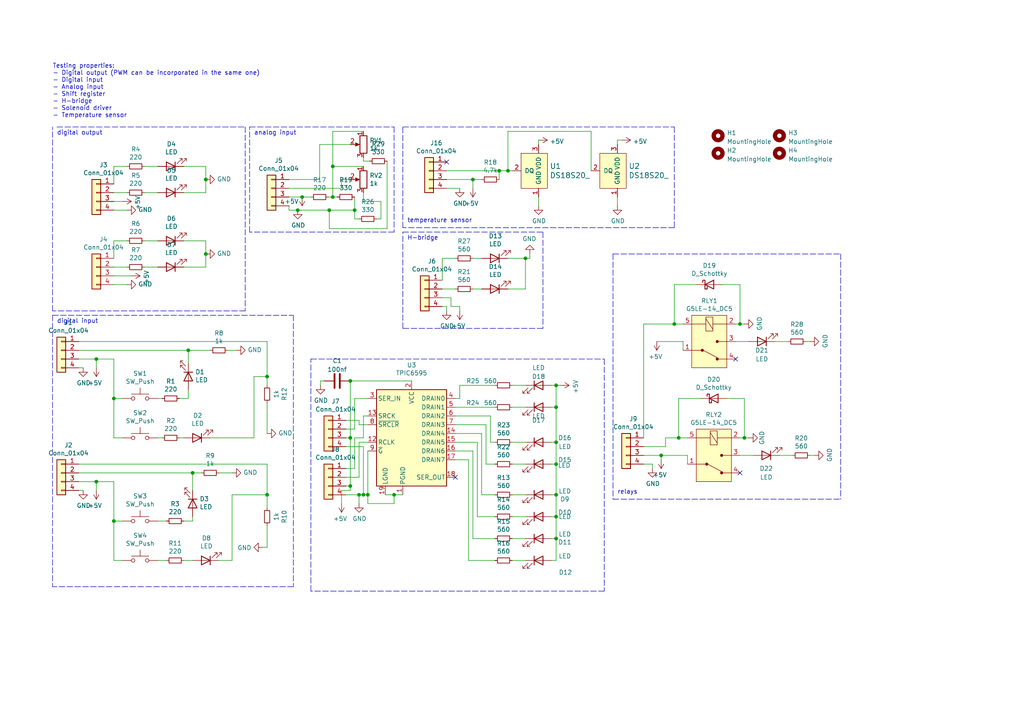
<source format=kicad_sch>
(kicad_sch (version 20211123) (generator eeschema)
  (paper "A4")
  (lib_symbols
    (symbol "Device:C" (pin_numbers hide) (pin_names (offset 0.254))
      (property "Reference" "C" (at 0.635 2.54 0))
      (property "Value" "C" (at 0.635 -2.54 0))
      (symbol "C_1_1"
        (pin passive line (at 0 3.81 270) (length 2.794) (name "~") (number "1"))
        (pin passive line (at 0 -3.81 90) (length 2.794) (name "~") (number "2"))
      )
    )
    (symbol "Mechanical:MountingHole" (pin_names (offset 1.016))
      (property "Reference" "H" (at 0 5.08 0))
      (property "Value" "MountingHole" (at 0 3.175 0))
    )
    (symbol "testing_board-rescue:+5V-power" (power) (pin_names (offset 0))
      (property "Value" "+5V-power" (at 0 3.556 0))
      (symbol "+5V-power_1_1"
        (pin power_in line (at 0 0 90) (length 0) hide (name "+5V") (number "1"))
      )
    )
    (symbol "testing_board-rescue:Conn_01x04-Connector_Generic" (pin_names (offset 1.016) hide)
      (property "Reference" "J" (at 0 5.08 0))
      (property "Value" "Conn_01x04-Connector_Generic" (at 0 -7.62 0))
      (symbol "Conn_01x04-Connector_Generic_1_1"
        (pin passive line (at -5.08 2.54 0) (length 3.81) (name "Pin_1") (number "1"))
        (pin passive line (at -5.08 0 0) (length 3.81) (name "Pin_2") (number "2"))
        (pin passive line (at -5.08 -2.54 0) (length 3.81) (name "Pin_3") (number "3"))
        (pin passive line (at -5.08 -5.08 0) (length 3.81) (name "Pin_4") (number "4"))
      )
    )
    (symbol "testing_board-rescue:DS18S20_-dk_Temperature-Sensors-Analog-and-Digital-Output" (pin_names (offset 1.016))
      (property "Reference" "U" (at -5.08 6.35 0))
      (property "Value" "DS18S20_-dk_Temperature-Sensors-Analog-and-Digital-Output" (at 3.81 -7.62 90))
      (symbol "DS18S20_-dk_Temperature-Sensors-Analog-and-Digital-Output_1_1"
        (pin power_in line (at 0 -7.62 90) (length 2.54) (name "GND") (number "1"))
        (pin bidirectional line (at -7.62 0 0) (length 2.54) (name "DQ") (number "2"))
        (pin power_in line (at 0 7.62 270) (length 2.54) (name "VDD") (number "3"))
      )
    )
    (symbol "testing_board-rescue:D_Schottky-Device" (pin_numbers hide) (pin_names (offset 1.016) hide)
      (property "Reference" "D" (at 0 2.54 0))
      (property "Value" "D_Schottky-Device" (at 0 -2.54 0))
      (symbol "D_Schottky-Device_1_1"
        (pin passive line (at -3.81 0 0) (length 2.54) (name "K") (number "1"))
        (pin passive line (at 3.81 0 180) (length 2.54) (name "A") (number "2"))
      )
    )
    (symbol "testing_board-rescue:G5LE-14_DC5-dk_Power-Relays-Over-2-Amps" (pin_names (offset 0) hide)
      (property "Reference" "RLY" (at -8.636 6.858 0))
      (property "Value" "G5LE-14_DC5-dk_Power-Relays-Over-2-Amps" (at -8.89 5.08 90))
      (symbol "G5LE-14_DC5-dk_Power-Relays-Over-2-Amps_1_1"
        (pin passive line (at 2.54 -7.62 90) (length 2.54) (name "COM") (number "1"))
        (pin passive line (at -5.08 7.62 270) (length 2.54) (name "COIL") (number "2"))
        (pin passive line (at 0 7.62 270) (length 2.54) (name "NO") (number "3"))
        (pin passive line (at 5.08 7.62 270) (length 2.54) (name "NC") (number "4"))
        (pin passive line (at -5.08 -7.62 90) (length 2.54) (name "COIL") (number "5"))
      )
    )
    (symbol "testing_board-rescue:GND-power" (power) (pin_names (offset 0))
      (property "Value" "GND-power" (at 0 -3.81 0))
      (symbol "GND-power_1_1"
        (pin power_in line (at 0 0 270) (length 0) hide (name "GND") (number "1"))
      )
    )
    (symbol "testing_board-rescue:LED-Device" (pin_numbers hide) (pin_names (offset 1.016) hide)
      (property "Reference" "D" (at 0 2.54 0))
      (property "Value" "LED-Device" (at 0 -2.54 0))
      (symbol "LED-Device_1_1"
        (pin passive line (at -3.81 0 0) (length 2.54) (name "K") (number "1"))
        (pin passive line (at 3.81 0 180) (length 2.54) (name "A") (number "2"))
      )
    )
    (symbol "testing_board-rescue:R_POT-Device" (pin_names (offset 1.016) hide)
      (property "Reference" "RV" (at -4.445 0 90))
      (property "Value" "R_POT-Device" (at -2.54 0 90))
      (symbol "R_POT-Device_1_1"
        (pin passive line (at 0 3.81 270) (length 1.27) (name "1") (number "1"))
        (pin passive line (at 3.81 0 180) (length 1.27) (name "2") (number "2"))
        (pin passive line (at 0 -3.81 90) (length 1.27) (name "3") (number "3"))
      )
    )
    (symbol "testing_board-rescue:R_Small-Device" (pin_numbers hide) (pin_names (offset 0.254) hide)
      (property "Reference" "R" (at 0.762 0.508 0))
      (property "Value" "R_Small-Device" (at 0.762 -1.016 0))
      (symbol "R_Small-Device_1_1"
        (pin passive line (at 0 2.54 270) (length 0.762) (name "~") (number "1"))
        (pin passive line (at 0 -2.54 90) (length 0.762) (name "~") (number "2"))
      )
    )
    (symbol "testing_board-rescue:SW_Push-Switch" (pin_numbers hide) (pin_names (offset 1.016) hide)
      (property "Reference" "SW" (at 1.27 2.54 0))
      (property "Value" "SW_Push-Switch" (at 0 -1.524 0))
      (symbol "SW_Push-Switch_0_1"
        (pin passive line (at -5.08 0 0) (length 2.54) (name "1") (number "1"))
        (pin passive line (at 5.08 0 180) (length 2.54) (name "2") (number "2"))
      )
    )
    (symbol "testing_board-rescue:TPIC6595-Interface_Expansion" (pin_names (offset 0.381))
      (property "Reference" "U" (at -8.89 13.97 0))
      (property "Value" "TPIC6595-Interface_Expansion" (at 6.35 13.97 0))
      (symbol "TPIC6595-Interface_Expansion_1_1"
        (pin power_in line (at -2.54 -17.78 90) (length 2.54) (name "PGND") (number "1"))
        (pin passive line (at -2.54 -17.78 90) (length 2.54) hide (name "PGND") (number "10"))
        (pin passive line (at -2.54 -17.78 90) (length 2.54) hide (name "PGND") (number "11"))
        (pin input line (at -12.7 -2.54 0) (length 2.54) (name "RCLK") (number "12"))
        (pin input line (at -12.7 5.08 0) (length 2.54) (name "SRCK") (number "13"))
        (pin open_collector line (at 12.7 0 180) (length 2.54) (name "DRAIN4") (number "14"))
        (pin open_collector line (at 12.7 -2.54 180) (length 2.54) (name "DRAIN5") (number "15"))
        (pin open_collector line (at 12.7 -5.08 180) (length 2.54) (name "DRAIN6") (number "16"))
        (pin open_collector line (at 12.7 -7.62 180) (length 2.54) (name "DRAIN7") (number "17"))
        (pin output line (at 12.7 -12.7 180) (length 2.54) (name "SER_OUT") (number "18"))
        (pin power_in line (at -7.62 -17.78 90) (length 2.54) (name "LGND") (number "19"))
        (pin power_in line (at 0 15.24 270) (length 2.54) (name "VCC") (number "2"))
        (pin passive line (at -2.54 -17.78 90) (length 2.54) hide (name "PGND") (number "20"))
        (pin input line (at -12.7 10.16 0) (length 2.54) (name "SER_IN") (number "3"))
        (pin open_collector line (at 12.7 10.16 180) (length 2.54) (name "DRAIN0") (number "4"))
        (pin open_collector line (at 12.7 7.62 180) (length 2.54) (name "DRAIN1") (number "5"))
        (pin open_collector line (at 12.7 5.08 180) (length 2.54) (name "DRAIN2") (number "6"))
        (pin open_collector line (at 12.7 2.54 180) (length 2.54) (name "DRAIN3") (number "7"))
        (pin input line (at -12.7 2.54 0) (length 2.54) (name "~{SRCLR}") (number "8"))
        (pin input line (at -12.7 -5.08 0) (length 2.54) (name "~{G}") (number "9"))
      )
    )
  )
  (junction (at 104.14 143.51))
  (junction (at 77.47 109.22))
  (junction (at 102.87 60.96))
  (junction (at 161.29 143.51))
  (junction (at 96.52 48.26))
  (junction (at 161.29 128.27))
  (junction (at 101.6 127))
  (junction (at 77.47 143.51))
  (junction (at 95.504 60.96))
  (junction (at 105.41 143.51))
  (junction (at 27.94 104.14))
  (junction (at 87.63 57.15))
  (junction (at 161.29 118.11))
  (junction (at 195.58 93.98))
  (junction (at 101.6 110.49))
  (junction (at 114.3 143.51))
  (junction (at 147.32 49.53))
  (junction (at 27.94 139.7))
  (junction (at 144.78 49.53))
  (junction (at 196.85 127))
  (junction (at 215.9 127))
  (junction (at 59.69 73.66))
  (junction (at 214.63 93.98))
  (junction (at 96.52 57.15))
  (junction (at 152.4 74.93))
  (junction (at 161.29 149.86))
  (junction (at 55.88 137.16))
  (junction (at 33.02 115.57))
  (junction (at 101.6 140.97))
  (junction (at 59.69 52.07))
  (junction (at 33.02 151.13))
  (junction (at 86.36 60.96))
  (junction (at 137.16 52.07))
  (junction (at 161.29 134.62))
  (junction (at 161.29 156.21))
  (junction (at 161.29 111.76))
  (junction (at 54.61 101.6))
  (junction (at 106.68 143.51))
  (junction (at 191.77 132.08))
  (no_connect (at 213.36 104.14))
  (no_connect (at 129.54 46.99))
  (no_connect (at 214.63 137.16))
  (no_connect (at 132.08 138.43))
  (wire (pts (xy 52.07 127) (xy 53.34 127)))
  (wire (pts (xy 180.34 40.64) (xy 179.07 40.64)))
  (wire (pts (xy 77.47 134.62) (xy 22.86 134.62)))
  (wire (pts (xy 195.58 93.98) (xy 198.12 93.98)))
  (wire (pts (xy 106.68 146.05) (xy 114.3 146.05)))
  (wire (pts (xy 46.99 127) (xy 45.72 127)))
  (wire (pts (xy 100.33 121.92) (xy 104.14 121.92)))
  (wire (pts (xy 112.268 46.736) (xy 112.268 66.294)))
  (wire (pts (xy 148.59 149.86) (xy 152.4 149.86)))
  (wire (pts (xy 132.08 118.11) (xy 143.51 118.11)))
  (wire (pts (xy 33.02 58.42) (xy 35.56 58.42)))
  (wire (pts (xy 99.06 52.07) (xy 99.06 54.61)))
  (polyline (pts (xy 15.24 91.44) (xy 15.24 170.18)))
  (wire (pts (xy 142.24 128.27) (xy 143.51 128.27)))
  (wire (pts (xy 83.82 57.15) (xy 87.63 57.15)))
  (polyline (pts (xy 72.39 36.83) (xy 114.3 36.83)))
  (wire (pts (xy 112.268 66.294) (xy 95.504 66.294)))
  (wire (pts (xy 148.59 118.11) (xy 152.4 118.11)))
  (wire (pts (xy 67.31 143.51) (xy 77.47 143.51)))
  (wire (pts (xy 33.02 80.01) (xy 38.1 80.01)))
  (wire (pts (xy 33.02 162.56) (xy 35.56 162.56)))
  (wire (pts (xy 147.32 38.1) (xy 171.45 38.1)))
  (polyline (pts (xy 177.8 144.78) (xy 243.84 144.78)))
  (wire (pts (xy 215.9 93.98) (xy 214.63 93.98)))
  (wire (pts (xy 22.86 142.24) (xy 24.13 142.24)))
  (wire (pts (xy 196.85 127) (xy 199.39 127)))
  (wire (pts (xy 161.29 143.51) (xy 161.29 149.86)))
  (wire (pts (xy 129.54 88.9) (xy 128.27 88.9)))
  (wire (pts (xy 160.02 156.21) (xy 161.29 156.21)))
  (wire (pts (xy 196.85 115.57) (xy 203.2 115.57)))
  (wire (pts (xy 196.85 115.57) (xy 196.85 127)))
  (wire (pts (xy 137.16 52.07) (xy 129.54 52.07)))
  (wire (pts (xy 215.9 127) (xy 214.63 127)))
  (wire (pts (xy 106.68 130.81) (xy 106.68 143.51)))
  (wire (pts (xy 132.08 130.81) (xy 137.16 130.81)))
  (wire (pts (xy 148.59 156.21) (xy 152.4 156.21)))
  (wire (pts (xy 101.6 127) (xy 101.6 140.97)))
  (wire (pts (xy 102.87 135.89) (xy 102.87 127)))
  (wire (pts (xy 186.69 129.54) (xy 193.04 129.54)))
  (wire (pts (xy 128.27 74.93) (xy 132.08 74.93)))
  (wire (pts (xy 63.5 137.16) (xy 67.31 137.16)))
  (wire (pts (xy 217.17 99.06) (xy 213.36 99.06)))
  (wire (pts (xy 189.23 134.62) (xy 189.23 135.89)))
  (wire (pts (xy 102.87 124.46) (xy 102.87 115.57)))
  (wire (pts (xy 186.69 93.98) (xy 195.58 93.98)))
  (wire (pts (xy 105.41 46.736) (xy 107.188 46.736)))
  (wire (pts (xy 53.34 77.47) (xy 59.69 77.47)))
  (wire (pts (xy 147.32 49.53) (xy 148.59 49.53)))
  (polyline (pts (xy 177.8 73.66) (xy 243.84 73.66)))
  (wire (pts (xy 139.7 143.51) (xy 143.51 143.51)))
  (wire (pts (xy 156.21 57.15) (xy 156.21 59.69)))
  (polyline (pts (xy 85.09 91.44) (xy 85.09 170.18)))
  (wire (pts (xy 33.02 82.55) (xy 36.83 82.55)))
  (wire (pts (xy 59.69 77.47) (xy 59.69 73.66)))
  (wire (pts (xy 99.06 146.05) (xy 99.06 142.24)))
  (wire (pts (xy 104.14 123.19) (xy 106.68 123.19)))
  (wire (pts (xy 100.33 143.51) (xy 104.14 143.51)))
  (wire (pts (xy 161.29 111.76) (xy 162.56 111.76)))
  (wire (pts (xy 87.63 57.15) (xy 90.17 57.15)))
  (wire (pts (xy 102.87 115.57) (xy 106.68 115.57)))
  (wire (pts (xy 161.29 162.56) (xy 160.02 162.56)))
  (wire (pts (xy 77.47 99.06) (xy 22.86 99.06)))
  (wire (pts (xy 106.68 143.51) (xy 106.68 146.05)))
  (wire (pts (xy 22.86 101.6) (xy 54.61 101.6)))
  (wire (pts (xy 156.21 40.64) (xy 156.21 41.91)))
  (wire (pts (xy 33.02 60.96) (xy 36.83 60.96)))
  (wire (pts (xy 33.02 127) (xy 35.56 127)))
  (polyline (pts (xy 90.17 171.45) (xy 90.17 104.14)))
  (wire (pts (xy 33.02 53.34) (xy 33.02 48.26)))
  (wire (pts (xy 186.69 127) (xy 186.69 93.98)))
  (wire (pts (xy 53.34 69.85) (xy 59.69 69.85)))
  (wire (pts (xy 66.04 101.6) (xy 68.58 101.6)))
  (wire (pts (xy 129.54 49.53) (xy 144.78 49.53)))
  (wire (pts (xy 142.24 120.65) (xy 142.24 128.27)))
  (wire (pts (xy 59.69 69.85) (xy 59.69 73.66)))
  (wire (pts (xy 41.91 55.88) (xy 45.72 55.88)))
  (wire (pts (xy 214.63 93.98) (xy 213.36 93.98)))
  (wire (pts (xy 105.41 120.65) (xy 106.68 120.65)))
  (wire (pts (xy 95.25 57.15) (xy 96.52 57.15)))
  (wire (pts (xy 152.4 74.93) (xy 152.4 83.82)))
  (wire (pts (xy 138.43 149.86) (xy 138.43 128.27)))
  (wire (pts (xy 105.41 143.51) (xy 104.14 143.51)))
  (wire (pts (xy 218.44 132.08) (xy 214.63 132.08)))
  (wire (pts (xy 101.6 140.97) (xy 100.33 140.97)))
  (wire (pts (xy 137.16 83.82) (xy 139.7 83.82)))
  (wire (pts (xy 27.94 104.14) (xy 33.02 104.14)))
  (polyline (pts (xy 157.48 95.25) (xy 116.84 95.25)))
  (wire (pts (xy 41.91 69.85) (xy 45.72 69.85)))
  (wire (pts (xy 140.97 134.62) (xy 143.51 134.62)))
  (wire (pts (xy 144.78 49.53) (xy 147.32 49.53)))
  (wire (pts (xy 41.91 48.26) (xy 45.72 48.26)))
  (polyline (pts (xy 195.58 66.04) (xy 116.84 66.04)))
  (wire (pts (xy 135.89 162.56) (xy 135.89 133.35)))
  (wire (pts (xy 27.94 104.14) (xy 27.94 106.68)))
  (polyline (pts (xy 175.26 104.14) (xy 175.26 171.45)))
  (wire (pts (xy 73.66 109.22) (xy 73.66 127)))
  (wire (pts (xy 53.34 55.88) (xy 59.69 55.88)))
  (wire (pts (xy 130.81 88.9) (xy 133.35 88.9)))
  (wire (pts (xy 100.33 135.89) (xy 102.87 135.89)))
  (wire (pts (xy 27.94 139.7) (xy 33.02 139.7)))
  (wire (pts (xy 102.87 60.96) (xy 95.504 60.96)))
  (wire (pts (xy 67.31 162.56) (xy 67.31 143.51)))
  (wire (pts (xy 161.29 156.21) (xy 161.29 162.56)))
  (polyline (pts (xy 175.26 171.45) (xy 90.17 171.45)))
  (wire (pts (xy 22.86 104.14) (xy 27.94 104.14)))
  (wire (pts (xy 77.47 143.51) (xy 77.47 147.32)))
  (wire (pts (xy 114.3 146.05) (xy 114.3 143.51)))
  (wire (pts (xy 100.33 129.54) (xy 105.41 129.54)))
  (polyline (pts (xy 16.51 36.83) (xy 71.12 36.83)))
  (wire (pts (xy 160.02 111.76) (xy 161.29 111.76)))
  (polyline (pts (xy 195.58 36.83) (xy 195.58 66.04)))
  (wire (pts (xy 86.36 60.96) (xy 83.82 60.96)))
  (polyline (pts (xy 116.84 95.25) (xy 116.84 67.31)))
  (wire (pts (xy 33.02 48.26) (xy 36.83 48.26)))
  (wire (pts (xy 137.16 74.93) (xy 139.7 74.93)))
  (wire (pts (xy 236.22 132.08) (xy 234.95 132.08)))
  (wire (pts (xy 140.97 123.19) (xy 140.97 134.62)))
  (wire (pts (xy 133.35 88.9) (xy 133.35 90.17)))
  (polyline (pts (xy 71.12 90.17) (xy 15.24 90.17)))
  (wire (pts (xy 234.95 99.06) (xy 233.68 99.06)))
  (polyline (pts (xy 15.24 90.17) (xy 15.24 36.83)))
  (polyline (pts (xy 243.84 73.66) (xy 243.84 144.78)))
  (wire (pts (xy 228.6 99.06) (xy 224.79 99.06)))
  (wire (pts (xy 33.02 139.7) (xy 33.02 151.13)))
  (polyline (pts (xy 116.84 36.83) (xy 195.58 36.83)))
  (wire (pts (xy 198.12 99.06) (xy 198.12 101.6)))
  (wire (pts (xy 147.32 74.93) (xy 152.4 74.93)))
  (wire (pts (xy 45.72 115.57) (xy 46.99 115.57)))
  (wire (pts (xy 33.02 74.93) (xy 33.02 69.85)))
  (wire (pts (xy 22.86 137.16) (xy 55.88 137.16)))
  (wire (pts (xy 101.6 142.24) (xy 101.6 140.97)))
  (wire (pts (xy 101.6 127) (xy 101.6 110.49)))
  (wire (pts (xy 105.41 55.88) (xy 105.41 58.42)))
  (polyline (pts (xy 90.17 104.14) (xy 175.26 104.14)))
  (wire (pts (xy 45.72 151.13) (xy 48.26 151.13)))
  (wire (pts (xy 186.69 134.62) (xy 189.23 134.62)))
  (polyline (pts (xy 114.3 36.83) (xy 114.3 67.31)))
  (wire (pts (xy 214.63 82.55) (xy 214.63 93.98)))
  (wire (pts (xy 179.07 40.64) (xy 179.07 41.91)))
  (wire (pts (xy 22.86 139.7) (xy 27.94 139.7)))
  (wire (pts (xy 48.26 162.56) (xy 45.72 162.56)))
  (wire (pts (xy 96.52 57.15) (xy 97.79 57.15)))
  (wire (pts (xy 147.32 83.82) (xy 152.4 83.82)))
  (polyline (pts (xy 85.09 170.18) (xy 15.24 170.18)))
  (wire (pts (xy 171.45 38.1) (xy 171.45 49.53)))
  (wire (pts (xy 114.3 143.51) (xy 116.84 143.51)))
  (wire (pts (xy 104.14 128.27) (xy 106.68 128.27)))
  (wire (pts (xy 132.08 123.19) (xy 140.97 123.19)))
  (wire (pts (xy 143.51 149.86) (xy 138.43 149.86)))
  (wire (pts (xy 195.58 82.55) (xy 201.93 82.55)))
  (wire (pts (xy 100.33 124.46) (xy 102.87 124.46)))
  (wire (pts (xy 161.29 128.27) (xy 161.29 134.62)))
  (wire (pts (xy 77.47 134.62) (xy 77.47 143.51)))
  (wire (pts (xy 153.67 74.93) (xy 153.67 73.66)))
  (wire (pts (xy 83.82 54.61) (xy 99.06 54.61)))
  (wire (pts (xy 33.02 115.57) (xy 33.02 127)))
  (wire (pts (xy 193.04 129.54) (xy 193.04 127)))
  (wire (pts (xy 210.82 115.57) (xy 215.9 115.57)))
  (wire (pts (xy 55.88 149.86) (xy 55.88 151.13)))
  (wire (pts (xy 161.29 128.27) (xy 160.02 128.27)))
  (wire (pts (xy 138.43 128.27) (xy 132.08 128.27)))
  (wire (pts (xy 132.08 83.82) (xy 128.27 83.82)))
  (wire (pts (xy 133.35 111.76) (xy 143.51 111.76)))
  (wire (pts (xy 83.82 60.96) (xy 83.82 59.69)))
  (wire (pts (xy 104.14 143.51) (xy 104.14 146.05)))
  (wire (pts (xy 54.61 105.41) (xy 54.61 101.6)))
  (wire (pts (xy 105.41 127) (xy 105.41 120.65)))
  (wire (pts (xy 139.7 125.73) (xy 139.7 143.51)))
  (wire (pts (xy 128.27 86.36) (xy 130.81 86.36)))
  (wire (pts (xy 110.49 63.5) (xy 109.22 63.5)))
  (wire (pts (xy 104.14 138.43) (xy 104.14 128.27)))
  (wire (pts (xy 199.39 132.08) (xy 199.39 134.62)))
  (wire (pts (xy 186.69 132.08) (xy 191.77 132.08)))
  (wire (pts (xy 33.02 69.85) (xy 36.83 69.85)))
  (polyline (pts (xy 15.24 91.44) (xy 85.09 91.44)))
  (wire (pts (xy 209.55 82.55) (xy 214.63 82.55)))
  (wire (pts (xy 77.47 116.84) (xy 77.47 125.73)))
  (wire (pts (xy 22.86 106.68) (xy 24.13 106.68)))
  (polyline (pts (xy 157.48 67.31) (xy 157.48 95.25)))
  (polyline (pts (xy 177.8 73.66) (xy 177.8 144.78)))
  (wire (pts (xy 161.29 149.86) (xy 161.29 156.21)))
  (wire (pts (xy 132.08 120.65) (xy 142.24 120.65)))
  (wire (pts (xy 148.59 111.76) (xy 152.4 111.76)))
  (wire (pts (xy 148.59 162.56) (xy 152.4 162.56)))
  (wire (pts (xy 105.41 45.72) (xy 105.41 46.736)))
  (wire (pts (xy 92.71 52.07) (xy 83.82 52.07)))
  (wire (pts (xy 67.31 162.56) (xy 63.5 162.56)))
  (wire (pts (xy 77.47 158.75) (xy 76.2 158.75)))
  (wire (pts (xy 101.6 110.49) (xy 119.38 110.49)))
  (wire (pts (xy 102.87 60.96) (xy 102.87 63.5)))
  (wire (pts (xy 92.964 110.49) (xy 93.98 110.49)))
  (wire (pts (xy 41.91 77.47) (xy 45.72 77.47)))
  (wire (pts (xy 137.16 156.21) (xy 143.51 156.21)))
  (wire (pts (xy 55.88 162.56) (xy 53.34 162.56)))
  (wire (pts (xy 105.41 38.1) (xy 96.52 38.1)))
  (wire (pts (xy 215.9 115.57) (xy 215.9 127)))
  (polyline (pts (xy 114.3 67.31) (xy 72.39 67.31)))
  (wire (pts (xy 137.16 130.81) (xy 137.16 156.21)))
  (wire (pts (xy 60.96 127) (xy 73.66 127)))
  (wire (pts (xy 53.34 48.26) (xy 59.69 48.26)))
  (wire (pts (xy 54.61 101.6) (xy 60.96 101.6)))
  (wire (pts (xy 55.88 137.16) (xy 58.42 137.16)))
  (wire (pts (xy 100.33 138.43) (xy 104.14 138.43)))
  (wire (pts (xy 132.08 115.57) (xy 133.35 115.57)))
  (wire (pts (xy 161.29 111.76) (xy 161.29 118.11)))
  (wire (pts (xy 105.41 129.54) (xy 105.41 143.51)))
  (wire (pts (xy 137.16 54.61) (xy 137.16 52.07)))
  (wire (pts (xy 160.02 149.86) (xy 161.29 149.86)))
  (polyline (pts (xy 116.84 66.04) (xy 116.84 36.83)))
  (wire (pts (xy 101.6 52.07) (xy 99.06 52.07)))
  (wire (pts (xy 135.89 133.35) (xy 132.08 133.35)))
  (wire (pts (xy 161.29 118.11) (xy 161.29 128.27)))
  (wire (pts (xy 27.94 139.7) (xy 27.94 142.24)))
  (wire (pts (xy 77.47 152.4) (xy 77.47 158.75)))
  (wire (pts (xy 161.29 134.62) (xy 161.29 143.51)))
  (wire (pts (xy 133.35 115.57) (xy 133.35 111.76)))
  (wire (pts (xy 73.66 109.22) (xy 77.47 109.22)))
  (wire (pts (xy 148.59 128.27) (xy 152.4 128.27)))
  (wire (pts (xy 33.02 151.13) (xy 33.02 162.56)))
  (wire (pts (xy 53.34 151.13) (xy 55.88 151.13)))
  (wire (pts (xy 96.52 48.26) (xy 96.52 57.15)))
  (wire (pts (xy 190.5 99.06) (xy 198.12 99.06)))
  (wire (pts (xy 229.87 132.08) (xy 226.06 132.08)))
  (polyline (pts (xy 72.39 67.31) (xy 72.39 36.83)))
  (wire (pts (xy 77.47 99.06) (xy 77.47 109.22)))
  (wire (pts (xy 102.87 63.5) (xy 104.14 63.5)))
  (wire (pts (xy 111.76 143.51) (xy 114.3 143.51)))
  (wire (pts (xy 152.4 74.93) (xy 153.67 74.93)))
  (wire (pts (xy 195.58 82.55) (xy 195.58 93.98)))
  (wire (pts (xy 129.54 88.9) (xy 129.54 90.17)))
  (wire (pts (xy 105.41 58.42) (xy 110.49 58.42)))
  (wire (pts (xy 143.51 162.56) (xy 135.89 162.56)))
  (polyline (pts (xy 71.12 36.83) (xy 71.12 90.17)))
  (wire (pts (xy 77.47 109.22) (xy 77.47 111.76)))
  (wire (pts (xy 160.02 134.62) (xy 161.29 134.62)))
  (wire (pts (xy 33.02 104.14) (xy 33.02 115.57)))
  (wire (pts (xy 144.78 49.53) (xy 144.78 52.07)))
  (wire (pts (xy 106.68 143.51) (xy 105.41 143.51)))
  (wire (pts (xy 95.504 60.96) (xy 95.504 66.294)))
  (wire (pts (xy 217.17 127) (xy 215.9 127)))
  (wire (pts (xy 104.14 121.92) (xy 104.14 123.19)))
  (wire (pts (xy 147.32 49.53) (xy 147.32 38.1)))
  (wire (pts (xy 33.02 151.13) (xy 35.56 151.13)))
  (wire (pts (xy 55.88 137.16) (xy 55.88 142.24)))
  (wire (pts (xy 54.61 113.03) (xy 54.61 115.57)))
  (wire (pts (xy 130.81 86.36) (xy 130.81 88.9)))
  (wire (pts (xy 128.27 81.28) (xy 128.27 74.93)))
  (wire (pts (xy 102.87 57.15) (xy 102.87 60.96)))
  (wire (pts (xy 191.77 132.08) (xy 191.77 133.35)))
  (wire (pts (xy 102.87 127) (xy 105.41 127)))
  (wire (pts (xy 52.07 115.57) (xy 54.61 115.57)))
  (wire (pts (xy 99.06 142.24) (xy 101.6 142.24)))
  (wire (pts (xy 101.6 41.91) (xy 92.71 41.91)))
  (wire (pts (xy 95.504 60.96) (xy 86.36 60.96)))
  (wire (pts (xy 160.02 143.51) (xy 161.29 143.51)))
  (wire (pts (xy 33.02 77.47) (xy 36.83 77.47)))
  (wire (pts (xy 179.07 57.15) (xy 179.07 59.69)))
  (wire (pts (xy 148.59 143.51) (xy 152.4 143.51)))
  (wire (pts (xy 92.964 111.76) (xy 92.964 110.49)))
  (wire (pts (xy 96.52 48.26) (xy 105.41 48.26)))
  (wire (pts (xy 193.04 127) (xy 196.85 127)))
  (wire (pts (xy 137.16 52.07) (xy 139.7 52.07)))
  (wire (pts (xy 191.77 132.08) (xy 199.39 132.08)))
  (wire (pts (xy 96.52 38.1) (xy 96.52 48.26)))
  (wire (pts (xy 100.33 127) (xy 101.6 127)))
  (wire (pts (xy 110.49 58.42) (xy 110.49 63.5)))
  (wire (pts (xy 92.71 41.91) (xy 92.71 52.07)))
  (wire (pts (xy 33.02 55.88) (xy 36.83 55.88)))
  (wire (pts (xy 132.08 125.73) (xy 139.7 125.73)))
  (wire (pts (xy 59.69 55.88) (xy 59.69 52.07)))
  (polyline (pts (xy 116.84 67.31) (xy 157.48 67.31)))
  (wire (pts (xy 161.29 118.11) (xy 160.02 118.11)))
  (wire (pts (xy 59.69 48.26) (xy 59.69 52.07)))
  (wire (pts (xy 148.59 134.62) (xy 152.4 134.62)))
  (wire (pts (xy 133.35 54.61) (xy 129.54 54.61)))
  (wire (pts (xy 33.02 115.57) (xy 35.56 115.57)))
  (text "digital output" (at 16.51 39.37 0) (effects (font (size 1.27 1.27)) (justify left bottom)))
  (text "analog input" (at 73.66 39.37 0) (effects (font (size 1.27 1.27)) (justify left bottom)))
  (text "Testing properties:\n- Digital output (PWM can be incorporated in the same one)\n- Digital input\n- Analog input\n- Shift register\n- H-bridge\n- Solenoid driver\n- Temperature sensor\n" (at 15.24 34.29 0) (effects (font (size 1.27 1.27)) (justify left bottom)))
  (text "H-bridge" (at 118.11 69.85 0) (effects (font (size 1.27 1.27)) (justify left bottom)))
  (text "relays" (at 179.07 143.51 0) (effects (font (size 1.27 1.27)) (justify left bottom)))
  (text "digital input\n" (at 16.51 93.98 0) (effects (font (size 1.27 1.27)) (justify left bottom)))
  (text "temperature sensor" (at 118.11 64.77 0) (effects (font (size 1.27 1.27)) (justify left bottom)))
  (symbol (lib_id "testing_board-rescue:GND-power") (at 36.83 60.96 90) (unit 1)
    (property "Reference" "#PWR06" (effects hide))
    (property "Value" "GND" (at 40.0812 60.833 90) (effects (justify right)))
  )
  (symbol (lib_id "testing_board-rescue:R_Small-Device") (at 39.37 55.88 270) (unit 1)
    (property "Reference" "R5" (at 39.37 50.9016 90))
    (property "Value" "220" (at 39.37 53.213 90))
    (property "Footprint" "Resistor_THT:R_Axial_DIN0204_L3.6mm_D1.6mm_P2.54mm_Vertical" (effects hide))
  )
  (symbol (lib_id "testing_board-rescue:R_Small-Device") (at 39.37 48.26 270) (unit 1)
    (property "Reference" "R4" (at 39.37 43.2816 90))
    (property "Value" "220" (at 39.37 45.593 90))
    (property "Footprint" "Resistor_THT:R_Axial_DIN0204_L3.6mm_D1.6mm_P2.54mm_Vertical" (effects hide))
  )
  (symbol (lib_id "testing_board-rescue:LED-Device") (at 49.53 55.88 180) (unit 1)
    (property "Reference" "D5" (at 49.7078 49.403 0))
    (property "Value" "LED" (at 49.7078 51.7144 0))
    (property "Footprint" "LED_THT:LED_D3.0mm" (effects hide))
  )
  (symbol (lib_id "testing_board-rescue:LED-Device") (at 49.53 48.26 180) (unit 1)
    (property "Reference" "D4" (at 49.7078 41.783 0))
    (property "Value" "LED" (at 49.7078 44.0944 0))
    (property "Footprint" "LED_THT:LED_D3.0mm" (effects hide))
  )
  (symbol (lib_id "testing_board-rescue:GND-power") (at 59.69 52.07 90) (unit 1)
    (property "Reference" "#PWR012" (effects hide))
    (property "Value" "GND" (at 62.9412 51.943 90) (effects (justify right)))
  )
  (symbol (lib_id "testing_board-rescue:GND-power") (at 36.83 82.55 90) (unit 1)
    (property "Reference" "#PWR08" (effects hide))
    (property "Value" "GND" (at 40.0812 82.423 90) (effects (justify right)))
  )
  (symbol (lib_id "testing_board-rescue:R_Small-Device") (at 39.37 77.47 270) (unit 1)
    (property "Reference" "R7" (at 39.37 72.4916 90))
    (property "Value" "220" (at 39.37 74.803 90))
    (property "Footprint" "Resistor_THT:R_Axial_DIN0204_L3.6mm_D1.6mm_P2.54mm_Vertical" (effects hide))
  )
  (symbol (lib_id "testing_board-rescue:R_Small-Device") (at 39.37 69.85 270) (unit 1)
    (property "Reference" "R6" (at 39.37 64.8716 90))
    (property "Value" "220" (at 39.37 67.183 90))
    (property "Footprint" "Resistor_THT:R_Axial_DIN0204_L3.6mm_D1.6mm_P2.54mm_Vertical" (effects hide))
  )
  (symbol (lib_id "testing_board-rescue:LED-Device") (at 49.53 77.47 180) (unit 1)
    (property "Reference" "D7" (at 49.7078 70.993 0))
    (property "Value" "LED" (at 49.7078 73.3044 0))
    (property "Footprint" "LED_THT:LED_D3.0mm" (effects hide))
  )
  (symbol (lib_id "testing_board-rescue:LED-Device") (at 49.53 69.85 180) (unit 1)
    (property "Reference" "D6" (at 49.7078 63.373 0))
    (property "Value" "LED" (at 49.7078 65.6844 0))
    (property "Footprint" "LED_THT:LED_D3.0mm" (effects hide))
  )
  (symbol (lib_id "testing_board-rescue:GND-power") (at 59.69 73.66 90) (unit 1)
    (property "Reference" "#PWR013" (effects hide))
    (property "Value" "GND" (at 62.9412 73.533 90) (effects (justify right)))
  )
  (symbol (lib_id "testing_board-rescue:+5V-power") (at 27.94 106.68 180) (unit 1)
    (property "Reference" "#PWR03" (effects hide))
    (property "Value" "+5V" (at 27.559 111.0742 0))
  )
  (symbol (lib_id "testing_board-rescue:GND-power") (at 24.13 106.68 0) (unit 1)
    (property "Reference" "#PWR01" (effects hide))
    (property "Value" "GND" (at 24.257 111.0742 0))
  )
  (symbol (lib_id "testing_board-rescue:R_Small-Device") (at 77.47 114.3 180) (unit 1)
    (property "Reference" "R12" (at 82.4484 114.3 90))
    (property "Value" "1k" (at 80.137 114.3 90))
    (property "Footprint" "Resistor_THT:R_Axial_DIN0204_L3.6mm_D1.6mm_P2.54mm_Vertical" (effects hide))
  )
  (symbol (lib_id "testing_board-rescue:LED-Device") (at 54.61 109.22 270) (unit 1)
    (property "Reference" "D1" (at 56.642 107.8738 90) (effects (justify left)))
    (property "Value" "LED" (at 56.642 110.1852 90) (effects (justify left)))
    (property "Footprint" "LED_THT:LED_D3.0mm" (effects hide))
  )
  (symbol (lib_id "testing_board-rescue:LED-Device") (at 57.15 127 180) (unit 1)
    (property "Reference" "D2" (at 57.3278 120.523 0))
    (property "Value" "LED" (at 57.3278 122.8344 0))
    (property "Footprint" "LED_THT:LED_D3.0mm" (effects hide))
  )
  (symbol (lib_id "testing_board-rescue:SW_Push-Switch") (at 40.64 127 0) (unit 1)
    (property "Reference" "SW2" (at 40.64 119.761 0))
    (property "Value" "SW_Push" (at 40.64 122.0724 0))
    (property "Footprint" "Button_Switch_THT:SW_PUSH_6mm" (effects hide))
  )
  (symbol (lib_id "testing_board-rescue:SW_Push-Switch") (at 40.64 115.57 0) (unit 1)
    (property "Reference" "SW1" (at 40.64 108.331 0))
    (property "Value" "SW_Push" (at 40.64 110.6424 0))
    (property "Footprint" "Button_Switch_THT:SW_PUSH_6mm" (effects hide))
  )
  (symbol (lib_id "testing_board-rescue:R_Small-Device") (at 63.5 101.6 270) (unit 1)
    (property "Reference" "R8" (at 63.5 96.6216 90))
    (property "Value" "1k" (at 63.5 98.933 90))
    (property "Footprint" "Resistor_THT:R_Axial_DIN0204_L3.6mm_D1.6mm_P2.54mm_Vertical" (effects hide))
  )
  (symbol (lib_id "testing_board-rescue:GND-power") (at 68.58 101.6 90) (unit 1)
    (property "Reference" "#PWR09" (effects hide))
    (property "Value" "GND" (at 71.8312 101.473 90) (effects (justify right)))
  )
  (symbol (lib_id "testing_board-rescue:R_Small-Device") (at 49.53 115.57 90) (unit 1)
    (property "Reference" "R1" (at 49.53 110.5916 90))
    (property "Value" "220" (at 49.53 112.903 90))
    (property "Footprint" "Resistor_THT:R_Axial_DIN0204_L3.6mm_D1.6mm_P2.54mm_Vertical" (effects hide))
  )
  (symbol (lib_id "testing_board-rescue:R_Small-Device") (at 49.53 127 270) (unit 1)
    (property "Reference" "R2" (at 49.53 122.0216 90))
    (property "Value" "220" (at 49.53 124.333 90))
    (property "Footprint" "Resistor_THT:R_Axial_DIN0204_L3.6mm_D1.6mm_P2.54mm_Vertical" (effects hide))
  )
  (symbol (lib_id "testing_board-rescue:GND-power") (at 77.47 125.73 90) (unit 1)
    (property "Reference" "#PWR014" (effects hide))
    (property "Value" "GND" (at 80.7212 125.603 90) (effects (justify right)))
  )
  (symbol (lib_id "testing_board-rescue:+5V-power") (at 27.94 142.24 180) (unit 1)
    (property "Reference" "#PWR04" (effects hide))
    (property "Value" "+5V" (at 27.559 146.6342 0))
  )
  (symbol (lib_id "testing_board-rescue:GND-power") (at 24.13 142.24 0) (unit 1)
    (property "Reference" "#PWR02" (effects hide))
    (property "Value" "GND" (at 24.257 146.6342 0))
  )
  (symbol (lib_id "testing_board-rescue:R_Small-Device") (at 50.8 162.56 270) (unit 1)
    (property "Reference" "R11" (at 50.8 157.5816 90))
    (property "Value" "220" (at 50.8 159.893 90))
    (property "Footprint" "Resistor_THT:R_Axial_DIN0204_L3.6mm_D1.6mm_P2.54mm_Vertical" (effects hide))
  )
  (symbol (lib_id "testing_board-rescue:LED-Device") (at 55.88 146.05 270) (unit 1)
    (property "Reference" "D3" (at 57.912 144.7038 90) (effects (justify left)))
    (property "Value" "LED" (at 57.912 147.0152 90) (effects (justify left)))
    (property "Footprint" "LED_THT:LED_D3.0mm" (effects hide))
  )
  (symbol (lib_id "testing_board-rescue:LED-Device") (at 59.69 162.56 180) (unit 1)
    (property "Reference" "D8" (at 59.8678 156.083 0))
    (property "Value" "LED" (at 59.8678 158.3944 0))
    (property "Footprint" "LED_THT:LED_D3.0mm" (effects hide))
  )
  (symbol (lib_id "testing_board-rescue:SW_Push-Switch") (at 40.64 162.56 0) (unit 1)
    (property "Reference" "SW4" (at 40.64 155.321 0))
    (property "Value" "SW_Push" (at 40.64 157.6324 0))
    (property "Footprint" "Button_Switch_THT:SW_PUSH_6mm" (effects hide))
  )
  (symbol (lib_id "testing_board-rescue:SW_Push-Switch") (at 40.64 151.13 0) (unit 1)
    (property "Reference" "SW3" (at 40.64 143.891 0))
    (property "Value" "SW_Push" (at 40.64 146.2024 0))
    (property "Footprint" "Button_Switch_THT:SW_PUSH_6mm" (effects hide))
  )
  (symbol (lib_id "testing_board-rescue:GND-power") (at 67.31 137.16 90) (unit 1)
    (property "Reference" "#PWR010" (effects hide))
    (property "Value" "GND" (at 70.5612 137.033 90) (effects (justify right)))
  )
  (symbol (lib_id "testing_board-rescue:R_Small-Device") (at 50.8 151.13 90) (unit 1)
    (property "Reference" "R3" (at 50.8 146.1516 90))
    (property "Value" "220" (at 50.8 148.463 90))
    (property "Footprint" "Resistor_THT:R_Axial_DIN0204_L3.6mm_D1.6mm_P2.54mm_Vertical" (effects hide))
  )
  (symbol (lib_id "testing_board-rescue:R_Small-Device") (at 60.96 137.16 270) (unit 1)
    (property "Reference" "R9" (at 60.96 132.1816 90))
    (property "Value" "1k" (at 60.96 134.493 90))
    (property "Footprint" "Resistor_THT:R_Axial_DIN0204_L3.6mm_D1.6mm_P2.54mm_Vertical" (effects hide))
  )
  (symbol (lib_id "testing_board-rescue:R_Small-Device") (at 77.47 149.86 180) (unit 1)
    (property "Reference" "R10" (at 82.4484 149.86 90))
    (property "Value" "1k" (at 80.137 149.86 90))
    (property "Footprint" "Resistor_THT:R_Axial_DIN0204_L3.6mm_D1.6mm_P2.54mm_Vertical" (effects hide))
  )
  (symbol (lib_id "testing_board-rescue:GND-power") (at 76.2 158.75 270) (unit 1)
    (property "Reference" "#PWR011" (effects hide))
    (property "Value" "GND" (at 72.9488 158.877 90) (effects (justify right)))
  )
  (symbol (lib_id "testing_board-rescue:R_Small-Device") (at 232.41 132.08 90) (unit 1)
    (property "Reference" "R20" (at 232.41 127.1016 90))
    (property "Value" "560" (at 232.41 129.413 90))
    (property "Footprint" "Resistor_THT:R_Axial_DIN0204_L3.6mm_D1.6mm_P2.54mm_Vertical" (effects hide))
  )
  (symbol (lib_id "testing_board-rescue:LED-Device") (at 143.51 74.93 180) (unit 1)
    (property "Reference" "D13" (at 143.6878 68.453 0))
    (property "Value" "LED" (at 143.6878 70.7644 0))
    (property "Footprint" "LED_THT:LED_D3.0mm" (effects hide))
  )
  (symbol (lib_id "testing_board-rescue:LED-Device") (at 143.51 83.82 180) (unit 1)
    (property "Reference" "D14" (at 143.6878 77.343 0))
    (property "Value" "LED" (at 143.6878 79.6544 0))
    (property "Footprint" "LED_THT:LED_D3.0mm" (effects hide))
  )
  (symbol (lib_id "testing_board-rescue:R_Small-Device") (at 134.62 83.82 90) (unit 1)
    (property "Reference" "R21" (at 134.62 78.8416 90))
    (property "Value" "560" (at 134.62 81.153 90))
    (property "Footprint" "Resistor_THT:R_Axial_DIN0204_L3.6mm_D1.6mm_P2.54mm_Vertical" (effects hide))
  )
  (symbol (lib_id "testing_board-rescue:DS18S20_-dk_Temperature-Sensors-Analog-and-Digital-Output") (at 156.21 49.53 0) (unit 1)
    (property "Reference" "U1" (at 159.4612 48.1838 0) (effects (font (size 1.524 1.524)) (justify left)))
    (property "Value" "DS18S20_" (at 159.4612 50.8762 0) (effects (font (size 1.524 1.524)) (justify left)))
    (property "Footprint" "digikey-footprints:TO-92-3" (effects hide))
    (property "Datasheet" "https://datasheets.maximintegrated.com/en/ds/DS18S20.pdf" (effects hide))
    (property "Digi-Key_PN" "DS18S20+-ND" (effects hide))
    (property "MPN" "DS18S20+" (effects hide))
    (property "Category" "Sensors, Transducers" (effects hide))
    (property "Family" "Temperature Sensors - Analog and Digital Output" (effects hide))
    (property "DK_Datasheet_Link" "https://datasheets.maximintegrated.com/en/ds/DS18S20.pdf" (effects hide))
    (property "DK_Detail_Page" "/product-detail/en/maxim-integrated/DS18S20-/DS18S20--ND/1017697" (effects hide))
    (property "Description" "SENSOR DIGITAL -55C-125C TO92-3" (effects hide))
    (property "Manufacturer" "Maxim Integrated" (effects hide))
    (property "Status" "Active" (effects hide))
  )
  (symbol (lib_id "testing_board-rescue:GND-power") (at 133.35 54.61 0) (unit 1)
    (property "Reference" "#PWR017" (effects hide))
    (property "Value" "GND" (at 133.477 59.0042 0))
  )
  (symbol (lib_id "testing_board-rescue:+5V-power") (at 137.16 54.61 180) (unit 1)
    (property "Reference" "#PWR018" (effects hide))
    (property "Value" "+5V" (at 136.779 59.0042 0))
  )
  (symbol (lib_id "testing_board-rescue:R_Small-Device") (at 142.24 52.07 90) (unit 1)
    (property "Reference" "R18" (at 142.24 47.0916 90))
    (property "Value" "4.7k" (at 142.24 49.403 90))
    (property "Footprint" "Resistor_THT:R_Axial_DIN0204_L3.6mm_D1.6mm_P2.54mm_Vertical" (effects hide))
  )
  (symbol (lib_id "testing_board-rescue:+5V-power") (at 156.21 40.64 270) (unit 1)
    (property "Reference" "#PWR019" (effects hide))
    (property "Value" "+5V" (at 159.4612 41.021 90) (effects (justify left)))
  )
  (symbol (lib_id "testing_board-rescue:GND-power") (at 156.21 59.69 0) (unit 1)
    (property "Reference" "#PWR020" (effects hide))
    (property "Value" "GND" (at 156.337 64.0842 0))
  )
  (symbol (lib_id "testing_board-rescue:R_Small-Device") (at 146.05 143.51 270) (unit 1)
    (property "Reference" "R13" (at 146.05 138.5316 90))
    (property "Value" "560" (at 146.05 140.843 90))
    (property "Footprint" "Resistor_THT:R_Axial_DIN0204_L3.6mm_D1.6mm_P2.54mm_Vertical" (effects hide))
  )
  (symbol (lib_id "testing_board-rescue:LED-Device") (at 156.21 143.51 0) (unit 1)
    (property "Reference" "D9" (at 163.83 144.78 0))
    (property "Value" "LED" (at 163.83 142.4686 0))
    (property "Footprint" "LED_THT:LED_D3.0mm" (effects hide))
  )
  (symbol (lib_id "testing_board-rescue:DS18S20_-dk_Temperature-Sensors-Analog-and-Digital-Output") (at 179.07 49.53 0) (unit 1)
    (property "Reference" "U2" (at 182.3212 48.1838 0) (effects (font (size 1.524 1.524)) (justify left)))
    (property "Value" "DS18S20_" (at 182.3212 50.8762 0) (effects (font (size 1.524 1.524)) (justify left)))
    (property "Footprint" "digikey-footprints:TO-92-3" (effects hide))
    (property "Datasheet" "https://datasheets.maximintegrated.com/en/ds/DS18S20.pdf" (effects hide))
    (property "Digi-Key_PN" "DS18S20+-ND" (effects hide))
    (property "MPN" "DS18S20+" (effects hide))
    (property "Category" "Sensors, Transducers" (effects hide))
    (property "Family" "Temperature Sensors - Analog and Digital Output" (effects hide))
    (property "DK_Datasheet_Link" "https://datasheets.maximintegrated.com/en/ds/DS18S20.pdf" (effects hide))
    (property "DK_Detail_Page" "/product-detail/en/maxim-integrated/DS18S20-/DS18S20--ND/1017697" (effects hide))
    (property "Description" "SENSOR DIGITAL -55C-125C TO92-3" (effects hide))
    (property "Manufacturer" "Maxim Integrated" (effects hide))
    (property "Status" "Active" (effects hide))
  )
  (symbol (lib_id "testing_board-rescue:+5V-power") (at 180.34 40.64 270) (unit 1)
    (property "Reference" "#PWR022" (effects hide))
    (property "Value" "+5V" (at 183.5912 41.021 90) (effects (justify left)))
  )
  (symbol (lib_id "testing_board-rescue:GND-power") (at 179.07 59.69 0) (unit 1)
    (property "Reference" "#PWR021" (effects hide))
    (property "Value" "GND" (at 179.197 64.0842 0))
  )
  (symbol (lib_id "testing_board-rescue:LED-Device") (at 156.21 149.86 0) (unit 1)
    (property "Reference" "D10" (at 163.83 148.59 0))
    (property "Value" "LED" (at 163.83 149.86 0))
    (property "Footprint" "LED_THT:LED_D3.0mm" (effects hide))
  )
  (symbol (lib_id "testing_board-rescue:R_Small-Device") (at 146.05 149.86 270) (unit 1)
    (property "Reference" "R14" (at 146.05 144.8816 90))
    (property "Value" "560" (at 146.05 147.193 90))
    (property "Footprint" "Resistor_THT:R_Axial_DIN0204_L3.6mm_D1.6mm_P2.54mm_Vertical" (effects hide))
  )
  (symbol (lib_id "testing_board-rescue:LED-Device") (at 156.21 156.21 0) (unit 1)
    (property "Reference" "D11" (at 163.83 157.2514 0))
    (property "Value" "LED" (at 163.83 154.94 0))
    (property "Footprint" "LED_THT:LED_D3.0mm" (effects hide))
  )
  (symbol (lib_id "testing_board-rescue:R_Small-Device") (at 146.05 156.21 270) (unit 1)
    (property "Reference" "R15" (at 146.05 151.2316 90))
    (property "Value" "560" (at 146.05 153.543 90))
    (property "Footprint" "Resistor_THT:R_Axial_DIN0204_L3.6mm_D1.6mm_P2.54mm_Vertical" (effects hide))
  )
  (symbol (lib_id "testing_board-rescue:LED-Device") (at 156.21 162.56 0) (unit 1)
    (property "Reference" "D12" (at 164.0078 166.0144 0))
    (property "Value" "LED" (at 163.83 161.29 0))
    (property "Footprint" "LED_THT:LED_D3.0mm" (effects hide))
  )
  (symbol (lib_id "testing_board-rescue:R_Small-Device") (at 146.05 162.56 270) (unit 1)
    (property "Reference" "R16" (at 146.05 157.5816 90))
    (property "Value" "560" (at 146.05 159.893 90))
    (property "Footprint" "Resistor_THT:R_Axial_DIN0204_L3.6mm_D1.6mm_P2.54mm_Vertical" (effects hide))
  )
  (symbol (lib_id "testing_board-rescue:LED-Device") (at 156.21 111.76 0) (unit 1)
    (property "Reference" "D18" (at 156.21 109.22 0))
    (property "Value" "LED" (at 156.21 106.68 0))
    (property "Footprint" "LED_THT:LED_D3.0mm" (effects hide))
  )
  (symbol (lib_id "testing_board-rescue:R_Small-Device") (at 146.05 111.76 270) (unit 1)
    (property "Reference" "R25" (at 137.16 110.49 90))
    (property "Value" "560" (at 142.24 110.49 90))
    (property "Footprint" "Resistor_THT:R_Axial_DIN0204_L3.6mm_D1.6mm_P2.54mm_Vertical" (effects hide))
  )
  (symbol (lib_id "testing_board-rescue:LED-Device") (at 156.21 118.11 0) (unit 1)
    (property "Reference" "D17" (at 156.21 121.92 0))
    (property "Value" "LED" (at 156.21 120.65 0))
    (property "Footprint" "LED_THT:LED_D3.0mm" (effects hide))
  )
  (symbol (lib_id "testing_board-rescue:R_Small-Device") (at 146.05 118.11 270) (unit 1)
    (property "Reference" "R24" (at 137.16 116.84 90))
    (property "Value" "560" (at 142.24 116.84 90))
    (property "Footprint" "Resistor_THT:R_Axial_DIN0204_L3.6mm_D1.6mm_P2.54mm_Vertical" (effects hide))
  )
  (symbol (lib_id "testing_board-rescue:LED-Device") (at 156.21 128.27 0) (unit 1)
    (property "Reference" "D16" (at 163.83 127 0))
    (property "Value" "LED" (at 163.83 129.54 0))
    (property "Footprint" "LED_THT:LED_D3.0mm" (effects hide))
  )
  (symbol (lib_id "testing_board-rescue:R_Small-Device") (at 146.05 128.27 270) (unit 1)
    (property "Reference" "R23" (at 146.05 123.2916 90))
    (property "Value" "560" (at 146.05 125.603 90))
    (property "Footprint" "Resistor_THT:R_Axial_DIN0204_L3.6mm_D1.6mm_P2.54mm_Vertical" (effects hide))
  )
  (symbol (lib_id "testing_board-rescue:LED-Device") (at 156.21 134.62 0) (unit 1)
    (property "Reference" "D15" (at 163.83 133.35 0))
    (property "Value" "LED" (at 163.6522 134.9756 0))
    (property "Footprint" "LED_THT:LED_D3.0mm" (effects hide))
  )
  (symbol (lib_id "testing_board-rescue:R_Small-Device") (at 146.05 134.62 270) (unit 1)
    (property "Reference" "R22" (at 146.05 129.6416 90))
    (property "Value" "560" (at 146.05 131.953 90))
    (property "Footprint" "Resistor_THT:R_Axial_DIN0204_L3.6mm_D1.6mm_P2.54mm_Vertical" (effects hide))
  )
  (symbol (lib_id "testing_board-rescue:GND-power") (at 86.36 60.96 0) (unit 1)
    (property "Reference" "#PWR015" (effects hide))
    (property "Value" "GND" (at 86.487 65.3542 0))
  )
  (symbol (lib_id "testing_board-rescue:+5V-power") (at 87.63 57.15 180) (unit 1)
    (property "Reference" "#PWR016" (effects hide))
    (property "Value" "+5V" (at 84.582 58.42 0))
  )
  (symbol (lib_id "testing_board-rescue:R_POT-Device") (at 105.41 52.07 0) (mirror y) (unit 1)
    (property "Reference" "RV2" (at 107.188 50.9016 0) (effects (justify right)))
    (property "Value" "1k" (at 107.188 53.213 0) (effects (justify right)))
    (property "Footprint" "Potentiometer_THT:Potentiometer_Alps_RK09K_Single_Vertical" (effects hide))
  )
  (symbol (lib_id "testing_board-rescue:R_Small-Device") (at 92.71 57.15 90) (unit 1)
    (property "Reference" "R17" (at 92.71 52.1716 90))
    (property "Value" "220" (at 92.71 54.483 90))
    (property "Footprint" "Resistor_THT:R_Axial_DIN0204_L3.6mm_D1.6mm_P2.54mm_Vertical" (effects hide))
  )
  (symbol (lib_id "testing_board-rescue:R_Small-Device") (at 100.33 57.15 90) (unit 1)
    (property "Reference" "R19" (at 100.33 52.1716 90))
    (property "Value" "330" (at 100.33 54.483 90))
    (property "Footprint" "Resistor_THT:R_Axial_DIN0204_L3.6mm_D1.6mm_P2.54mm_Vertical" (effects hide))
  )
  (symbol (lib_id "testing_board-rescue:R_POT-Device") (at 105.41 41.91 0) (mirror y) (unit 1)
    (property "Reference" "RV1" (at 107.188 40.7416 0) (effects (justify right)))
    (property "Value" "1k" (at 107.188 43.053 0) (effects (justify right)))
    (property "Footprint" "Potentiometer_THT:Potentiometer_Alps_RK09K_Single_Vertical" (effects hide))
  )
  (symbol (lib_id "testing_board-rescue:Conn_01x04-Connector_Generic") (at 17.78 101.6 0) (mirror y) (unit 1)
    (property "Reference" "J1" (at 19.8628 93.5482 0))
    (property "Value" "Conn_01x04" (at 19.8628 95.8596 0))
    (property "Footprint" "Connector_JST:JST_XH_B4B-XH-A_1x04_P2.50mm_Vertical" (effects hide))
  )
  (symbol (lib_id "testing_board-rescue:Conn_01x04-Connector_Generic") (at 17.78 137.16 0) (mirror y) (unit 1)
    (property "Reference" "J2" (at 19.8628 129.1082 0))
    (property "Value" "Conn_01x04" (at 19.8628 131.4196 0))
    (property "Footprint" "Connector_JST:JST_XH_B4B-XH-A_1x04_P2.50mm_Vertical" (effects hide))
  )
  (symbol (lib_id "testing_board-rescue:Conn_01x04-Connector_Generic") (at 27.94 77.47 0) (mirror y) (unit 1)
    (property "Reference" "J4" (at 30.0228 69.4182 0))
    (property "Value" "Conn_01x04" (at 30.0228 71.7296 0))
    (property "Footprint" "Connector_JST:JST_XH_B4B-XH-A_1x04_P2.50mm_Vertical" (effects hide))
  )
  (symbol (lib_id "testing_board-rescue:Conn_01x04-Connector_Generic") (at 27.94 55.88 0) (mirror y) (unit 1)
    (property "Reference" "J3" (at 30.0228 47.8282 0))
    (property "Value" "Conn_01x04" (at 30.0228 50.1396 0))
    (property "Footprint" "Connector_JST:JST_XH_B4B-XH-A_1x04_P2.50mm_Vertical" (effects hide))
  )
  (symbol (lib_id "testing_board-rescue:Conn_01x04-Connector_Generic") (at 78.74 54.61 0) (mirror y) (unit 1)
    (property "Reference" "J5" (at 80.8228 46.5582 0))
    (property "Value" "Conn_01x04" (at 80.8228 48.8696 0))
    (property "Footprint" "Connector_JST:JST_XH_B4B-XH-A_1x04_P2.50mm_Vertical" (effects hide))
  )
  (symbol (lib_id "testing_board-rescue:Conn_01x04-Connector_Generic") (at 124.46 49.53 0) (mirror y) (unit 1)
    (property "Reference" "J16" (at 126.5428 41.4782 0))
    (property "Value" "Conn_01x04" (at 126.5428 43.7896 0))
    (property "Footprint" "Connector_JST:JST_XH_B4B-XH-A_1x04_P2.50mm_Vertical" (effects hide))
  )
  (symbol (lib_id "testing_board-rescue:R_Small-Device") (at 106.68 63.5 90) (unit 1)
    (property "Reference" "R26" (at 106.68 58.5216 90))
    (property "Value" "330" (at 106.68 60.833 90))
    (property "Footprint" "Resistor_THT:R_Axial_DIN0204_L3.6mm_D1.6mm_P2.54mm_Vertical" (effects hide))
  )
  (symbol (lib_id "testing_board-rescue:TPIC6595-Interface_Expansion") (at 119.38 125.73 0) (unit 1)
    (property "Reference" "U3" (at 119.38 105.8926 0))
    (property "Value" "TPIC6595" (at 119.38 108.204 0))
    (property "Footprint" "Package_DIP:DIP-20_W7.62mm_LongPads" (effects hide))
    (property "Datasheet" "http://www.ti.com/lit/ds/symlink/tpic6595.pdf" (effects hide))
  )
  (symbol (lib_id "testing_board-rescue:Conn_01x04-Connector_Generic") (at 95.25 124.46 0) (mirror y) (unit 1)
    (property "Reference" "J7" (at 97.3328 116.4082 0))
    (property "Value" "Conn_01x04" (at 97.3328 118.7196 0))
    (property "Footprint" "Connector_JST:JST_XH_B4B-XH-A_1x04_P2.50mm_Vertical" (effects hide))
  )
  (symbol (lib_id "testing_board-rescue:Conn_01x04-Connector_Generic") (at 95.25 138.43 0) (mirror y) (unit 1)
    (property "Reference" "J8" (at 97.3328 130.3782 0))
    (property "Value" "Conn_01x04" (at 97.3328 132.6896 0))
    (property "Footprint" "Connector_JST:JST_XH_B4B-XH-A_1x04_P2.50mm_Vertical" (effects hide))
  )
  (symbol (lib_id "testing_board-rescue:GND-power") (at 104.14 146.05 0) (unit 1)
    (property "Reference" "#PWR07" (effects hide))
    (property "Value" "GND" (at 104.267 150.4442 0))
  )
  (symbol (lib_id "testing_board-rescue:Conn_01x04-Connector_Generic") (at 181.61 129.54 0) (mirror y) (unit 1)
    (property "Reference" "J9" (at 183.6928 121.4882 0))
    (property "Value" "Conn_01x04" (at 183.6928 123.7996 0))
    (property "Footprint" "Connector_JST:JST_XH_B4B-XH-A_1x04_P2.50mm_Vertical" (effects hide))
  )
  (symbol (lib_id "testing_board-rescue:+5V-power") (at 99.06 146.05 180) (unit 1)
    (property "Reference" "#PWR05" (effects hide))
    (property "Value" "+5V" (at 98.679 150.4442 0))
  )
  (symbol (lib_id "testing_board-rescue:+5V-power") (at 162.56 111.76 270) (unit 1)
    (property "Reference" "#PWR029" (effects hide))
    (property "Value" "+5V" (at 166.9542 112.141 0))
  )
  (symbol (lib_id "testing_board-rescue:LED-Device") (at 222.25 132.08 180) (unit 1)
    (property "Reference" "D22" (at 222.25 135.89 0))
    (property "Value" "LED" (at 222.25 138.43 0))
    (property "Footprint" "LED_THT:LED_D3.0mm" (effects hide))
  )
  (symbol (lib_id "testing_board-rescue:+5V-power") (at 191.77 133.35 180) (unit 1)
    (property "Reference" "#PWR033" (effects hide))
    (property "Value" "+5V" (at 191.389 137.7442 0))
  )
  (symbol (lib_id "testing_board-rescue:GND-power") (at 189.23 135.89 0) (unit 1)
    (property "Reference" "#PWR031" (effects hide))
    (property "Value" "GND" (at 189.357 140.2842 0))
  )
  (symbol (lib_id "testing_board-rescue:GND-power") (at 217.17 127 90) (unit 1)
    (property "Reference" "#PWR035" (effects hide))
    (property "Value" "GND" (at 220.98 127 0))
  )
  (symbol (lib_id "testing_board-rescue:G5LE-14_DC5-dk_Power-Relays-Over-2-Amps") (at 207.01 132.08 270) (unit 1)
    (property "Reference" "RLY2" (at 207.01 120.269 90))
    (property "Value" "G5LE-14_DC5" (at 207.01 122.5804 90))
    (property "Footprint" "digikey-footprints:Relay_THT_G5LE-14" (effects hide))
    (property "Datasheet" "https://omronfs.omron.com/en_US/ecb/products/pdf/en-g5le.pdf" (effects hide))
    (property "Digi-Key_PN" "Z1011-ND" (effects hide))
    (property "MPN" "G5LE-14 DC5" (effects hide))
    (property "Category" "Relays" (effects hide))
    (property "Family" "Power Relays, Over 2 Amps" (effects hide))
    (property "DK_Datasheet_Link" "https://omronfs.omron.com/en_US/ecb/products/pdf/en-g5le.pdf" (effects hide))
    (property "DK_Detail_Page" "/product-detail/en/omron-electronics-inc-emc-div/G5LE-14-DC5/Z1011-ND/280371" (effects hide))
    (property "Description" "RELAY GEN PURPOSE SPDT 10A 5V" (effects hide))
    (property "Manufacturer" "Omron Electronics Inc-EMC Div" (effects hide))
    (property "Status" "Active" (effects hide))
  )
  (symbol (lib_id "testing_board-rescue:GND-power") (at 236.22 132.08 90) (unit 1)
    (property "Reference" "#PWR037" (effects hide))
    (property "Value" "GND" (at 240.6142 131.953 0))
  )
  (symbol (lib_id "testing_board-rescue:GND-power") (at 234.95 99.06 90) (unit 1)
    (property "Reference" "#PWR036" (effects hide))
    (property "Value" "GND" (at 239.3442 98.933 0))
  )
  (symbol (lib_id "testing_board-rescue:G5LE-14_DC5-dk_Power-Relays-Over-2-Amps") (at 205.74 99.06 270) (unit 1)
    (property "Reference" "RLY1" (at 205.74 87.249 90))
    (property "Value" "G5LE-14_DC5" (at 205.74 89.5604 90))
    (property "Footprint" "digikey-footprints:Relay_THT_G5LE-14" (effects hide))
    (property "Datasheet" "https://omronfs.omron.com/en_US/ecb/products/pdf/en-g5le.pdf" (effects hide))
    (property "Digi-Key_PN" "Z1011-ND" (effects hide))
    (property "MPN" "G5LE-14 DC5" (effects hide))
    (property "Category" "Relays" (effects hide))
    (property "Family" "Power Relays, Over 2 Amps" (effects hide))
    (property "DK_Datasheet_Link" "https://omronfs.omron.com/en_US/ecb/products/pdf/en-g5le.pdf" (effects hide))
    (property "DK_Detail_Page" "/product-detail/en/omron-electronics-inc-emc-div/G5LE-14-DC5/Z1011-ND/280371" (effects hide))
    (property "Description" "RELAY GEN PURPOSE SPDT 10A 5V" (effects hide))
    (property "Manufacturer" "Omron Electronics Inc-EMC Div" (effects hide))
    (property "Status" "Active" (effects hide))
  )
  (symbol (lib_id "testing_board-rescue:GND-power") (at 215.9 93.98 90) (unit 1)
    (property "Reference" "#PWR034" (effects hide))
    (property "Value" "GND" (at 220.2942 93.853 0))
  )
  (symbol (lib_id "testing_board-rescue:LED-Device") (at 220.98 99.06 180) (unit 1)
    (property "Reference" "D21" (at 220.98 101.6 0))
    (property "Value" "LED" (at 220.98 104.14 0))
    (property "Footprint" "LED_THT:LED_D3.0mm" (effects hide))
  )
  (symbol (lib_id "testing_board-rescue:R_Small-Device") (at 231.14 99.06 90) (unit 1)
    (property "Reference" "R28" (at 231.14 94.0816 90))
    (property "Value" "560" (at 231.14 96.393 90))
    (property "Footprint" "Resistor_THT:R_Axial_DIN0204_L3.6mm_D1.6mm_P2.54mm_Vertical" (effects hide))
  )
  (symbol (lib_id "testing_board-rescue:+5V-power") (at 190.5 99.06 180) (unit 1)
    (property "Reference" "#PWR032" (effects hide))
    (property "Value" "+5V" (at 190.119 103.4542 0))
  )
  (symbol (lib_id "testing_board-rescue:R_Small-Device") (at 134.62 74.93 90) (unit 1)
    (property "Reference" "R27" (at 134.62 69.9516 90))
    (property "Value" "560" (at 134.62 72.263 90))
    (property "Footprint" "Resistor_THT:R_Axial_DIN0204_L3.6mm_D1.6mm_P2.54mm_Vertical" (effects hide))
  )
  (symbol (lib_id "testing_board-rescue:D_Schottky-Device") (at 205.74 82.55 0) (unit 1)
    (property "Reference" "D19" (at 205.74 77.0382 0))
    (property "Value" "D_Schottky" (at 205.74 79.3496 0))
    (property "Footprint" "Diode_THT:D_DO-201AE_P15.24mm_Horizontal" (effects hide))
  )
  (symbol (lib_id "testing_board-rescue:Conn_01x04-Connector_Generic") (at 123.19 83.82 0) (mirror y) (unit 1)
    (property "Reference" "J6" (at 125.2728 75.7682 0))
    (property "Value" "Conn_01x04" (at 125.2728 78.0796 0))
    (property "Footprint" "Connector_JST:JST_XH_B4B-XH-A_1x04_P2.50mm_Vertical" (effects hide))
  )
  (symbol (lib_id "testing_board-rescue:D_Schottky-Device") (at 207.01 115.57 0) (unit 1)
    (property "Reference" "D20" (at 207.01 110.0582 0))
    (property "Value" "D_Schottky" (at 207.01 112.3696 0))
    (property "Footprint" "Diode_THT:D_DO-201AE_P15.24mm_Horizontal" (effects hide))
  )
  (symbol (lib_id "testing_board-rescue:GND-power") (at 129.54 90.17 0) (unit 1)
    (property "Reference" "#PWR0102" (effects hide))
    (property "Value" "GND" (at 129.667 94.5642 0))
  )
  (symbol (lib_id "testing_board-rescue:+5V-power") (at 133.35 90.17 180) (unit 1)
    (property "Reference" "#PWR0101" (effects hide))
    (property "Value" "+5V" (at 132.969 94.5642 0))
  )
  (symbol (lib_id "Device:C") (at 97.79 110.49 90) (unit 1)
    (property "Reference" "C1" (at 97.79 104.6312 90))
    (property "Value" "100nf" (at 97.79 107.1681 90))
    (property "Footprint" "Capacitor_THT:C_Disc_D7.5mm_W5.0mm_P10.00mm" (effects hide))
  )
  (symbol (lib_id "testing_board-rescue:GND-power") (at 153.67 73.66 180) (unit 1)
    (property "Reference" "#PWR040" (effects hide))
    (property "Value" "GND" (at 153.543 69.2658 0))
  )
  (symbol (lib_id "testing_board-rescue:GND-power") (at 92.964 111.76 0) (unit 1)
    (property "Reference" "#PWR023" (effects hide))
    (property "Value" "GND" (at 93.091 116.1542 0))
  )
  (symbol (lib_id "Mechanical:MountingHole") (at 226.06 39.37 0) (unit 1)
    (property "Reference" "H3" (at 228.6 38.5353 0) (effects (justify left)))
    (property "Value" "MountingHole" (at 228.6 41.0722 0) (effects (justify left)))
    (property "Footprint" "MountingHole:MountingHole_3.2mm_M3_DIN965" (effects hide))
  )
  (symbol (lib_id "testing_board-rescue:R_Small-Device") (at 109.728 46.736 90) (unit 1)
    (property "Reference" "R29" (at 109.728 41.7576 90))
    (property "Value" "330" (at 109.728 44.069 90))
    (property "Footprint" "Resistor_THT:R_Axial_DIN0204_L3.6mm_D1.6mm_P2.54mm_Vertical" (effects hide))
  )
  (symbol (lib_id "testing_board-rescue:+5V-power") (at 35.56 58.42 270) (unit 1)
    (property "Reference" "#PWR038" (effects hide))
    (property "Value" "+5V" (at 39.9542 58.801 0))
  )
  (symbol (lib_id "Mechanical:MountingHole") (at 226.06 44.45 0) (unit 1)
    (property "Reference" "H4" (at 228.6 43.6153 0) (effects (justify left)))
    (property "Value" "MountingHole" (at 228.6 46.1522 0) (effects (justify left)))
    (property "Footprint" "MountingHole:MountingHole_3.2mm_M3_DIN965" (effects hide))
  )
  (symbol (lib_id "Mechanical:MountingHole") (at 208.28 44.45 0) (unit 1)
    (property "Reference" "H2" (at 210.82 43.6153 0) (effects (justify left)))
    (property "Value" "MountingHole" (at 210.82 46.1522 0) (effects (justify left)))
    (property "Footprint" "MountingHole:MountingHole_3.2mm_M3_DIN965" (effects hide))
  )
  (symbol (lib_id "Mechanical:MountingHole") (at 208.28 39.37 0) (unit 1)
    (property "Reference" "H1" (at 210.82 38.5353 0) (effects (justify left)))
    (property "Value" "MountingHole" (at 210.82 41.0722 0) (effects (justify left)))
    (property "Footprint" "MountingHole:MountingHole_3.2mm_M3_DIN965" (effects hide))
  )
  (symbol (lib_id "testing_board-rescue:+5V-power") (at 38.1 80.01 270) (unit 1)
    (property "Reference" "#PWR039" (effects hide))
    (property "Value" "+5V" (at 42.4942 80.391 0))
  )
)
</source>
